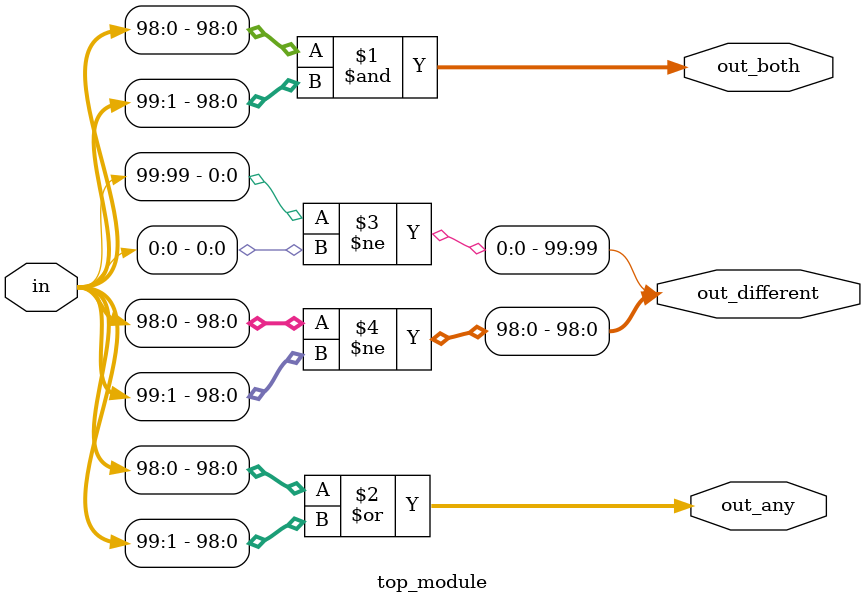
<source format=sv>
module top_module (
	input [99:0] in,
	output [98:0] out_both,
	output [99:1] out_any,
	output [99:0] out_different
);

	// Logic for out_both
	assign out_both[98:0] = in[98:0] & in[99:1];

	// Logic for out_any
	assign out_any[99:1] = in[98:0] | in[99:1];

	// Logic for out_different
	assign out_different[99] = (in[99] != in[0]);
	assign out_different[98:0] = (in[98:0] != in[99:1]);

endmodule

</source>
